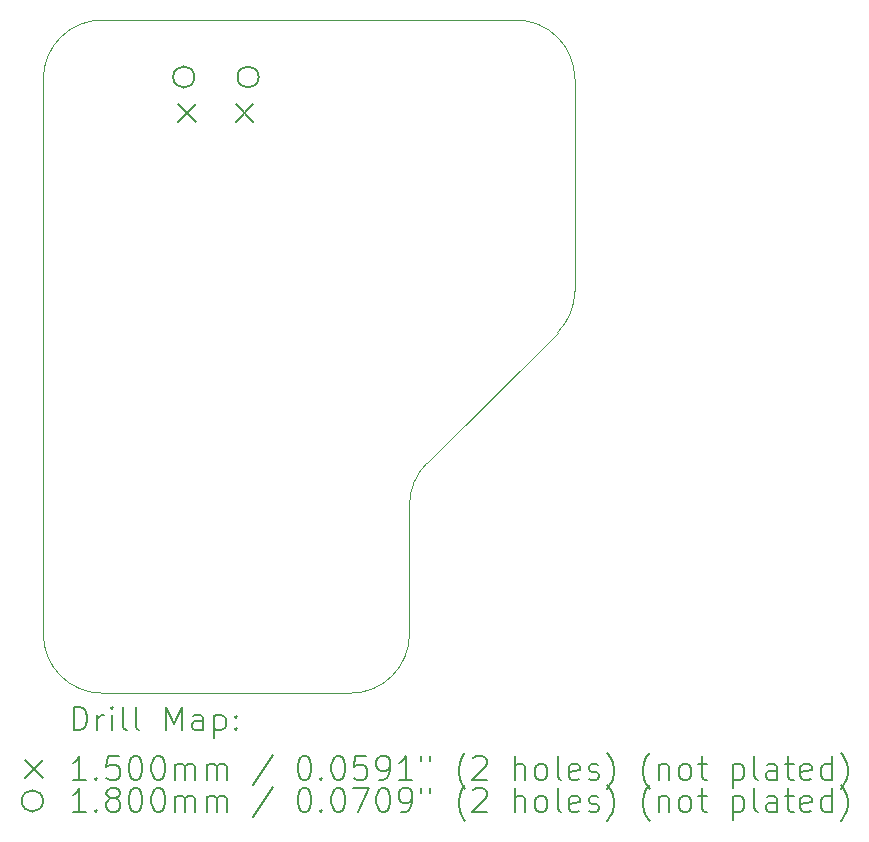
<source format=gbr>
%TF.GenerationSoftware,KiCad,Pcbnew,8.0.4*%
%TF.CreationDate,2024-07-28T20:23:25+02:00*%
%TF.ProjectId,pico-modxo,7069636f-2d6d-46f6-9478-6f2e6b696361,1.0*%
%TF.SameCoordinates,Original*%
%TF.FileFunction,Drillmap*%
%TF.FilePolarity,Positive*%
%FSLAX45Y45*%
G04 Gerber Fmt 4.5, Leading zero omitted, Abs format (unit mm)*
G04 Created by KiCad (PCBNEW 8.0.4) date 2024-07-28 20:23:25*
%MOMM*%
%LPD*%
G01*
G04 APERTURE LIST*
%ADD10C,0.050000*%
%ADD11C,0.200000*%
%ADD12C,0.150000*%
%ADD13C,0.180000*%
G04 APERTURE END LIST*
D10*
X8500000Y-3100000D02*
G75*
G02*
X9000000Y-3600000I0J-500000D01*
G01*
X9000000Y-5392893D02*
G75*
G02*
X8853552Y-5746445I-500000J3D01*
G01*
X4500000Y-8300000D02*
X4500000Y-3600000D01*
X8853553Y-5746447D02*
X7746447Y-6853553D01*
X7600000Y-7207107D02*
X7600000Y-8300000D01*
X7100000Y-8800000D02*
X5000000Y-8800000D01*
X7600000Y-7207107D02*
G75*
G02*
X7746444Y-6853551I500020J-3D01*
G01*
X5000000Y-8800000D02*
G75*
G02*
X4500000Y-8300000I0J500000D01*
G01*
X7600000Y-8300000D02*
G75*
G02*
X7100000Y-8800000I-500000J0D01*
G01*
X9000000Y-3600000D02*
X9000000Y-5392893D01*
X4500000Y-3600000D02*
G75*
G02*
X5000000Y-3100000I500000J0D01*
G01*
X5000000Y-3100000D02*
X8500000Y-3100000D01*
D11*
D12*
X5643500Y-3811000D02*
X5793500Y-3961000D01*
X5793500Y-3811000D02*
X5643500Y-3961000D01*
X6128500Y-3811000D02*
X6278500Y-3961000D01*
X6278500Y-3811000D02*
X6128500Y-3961000D01*
D13*
X5778500Y-3583000D02*
G75*
G02*
X5598500Y-3583000I-90000J0D01*
G01*
X5598500Y-3583000D02*
G75*
G02*
X5778500Y-3583000I90000J0D01*
G01*
X6323500Y-3583000D02*
G75*
G02*
X6143500Y-3583000I-90000J0D01*
G01*
X6143500Y-3583000D02*
G75*
G02*
X6323500Y-3583000I90000J0D01*
G01*
D11*
X4758277Y-9113984D02*
X4758277Y-8913984D01*
X4758277Y-8913984D02*
X4805896Y-8913984D01*
X4805896Y-8913984D02*
X4834467Y-8923508D01*
X4834467Y-8923508D02*
X4853515Y-8942555D01*
X4853515Y-8942555D02*
X4863039Y-8961603D01*
X4863039Y-8961603D02*
X4872563Y-8999698D01*
X4872563Y-8999698D02*
X4872563Y-9028270D01*
X4872563Y-9028270D02*
X4863039Y-9066365D01*
X4863039Y-9066365D02*
X4853515Y-9085412D01*
X4853515Y-9085412D02*
X4834467Y-9104460D01*
X4834467Y-9104460D02*
X4805896Y-9113984D01*
X4805896Y-9113984D02*
X4758277Y-9113984D01*
X4958277Y-9113984D02*
X4958277Y-8980650D01*
X4958277Y-9018746D02*
X4967801Y-8999698D01*
X4967801Y-8999698D02*
X4977324Y-8990174D01*
X4977324Y-8990174D02*
X4996372Y-8980650D01*
X4996372Y-8980650D02*
X5015420Y-8980650D01*
X5082086Y-9113984D02*
X5082086Y-8980650D01*
X5082086Y-8913984D02*
X5072563Y-8923508D01*
X5072563Y-8923508D02*
X5082086Y-8933031D01*
X5082086Y-8933031D02*
X5091610Y-8923508D01*
X5091610Y-8923508D02*
X5082086Y-8913984D01*
X5082086Y-8913984D02*
X5082086Y-8933031D01*
X5205896Y-9113984D02*
X5186848Y-9104460D01*
X5186848Y-9104460D02*
X5177324Y-9085412D01*
X5177324Y-9085412D02*
X5177324Y-8913984D01*
X5310658Y-9113984D02*
X5291610Y-9104460D01*
X5291610Y-9104460D02*
X5282086Y-9085412D01*
X5282086Y-9085412D02*
X5282086Y-8913984D01*
X5539229Y-9113984D02*
X5539229Y-8913984D01*
X5539229Y-8913984D02*
X5605896Y-9056841D01*
X5605896Y-9056841D02*
X5672562Y-8913984D01*
X5672562Y-8913984D02*
X5672562Y-9113984D01*
X5853515Y-9113984D02*
X5853515Y-9009222D01*
X5853515Y-9009222D02*
X5843991Y-8990174D01*
X5843991Y-8990174D02*
X5824943Y-8980650D01*
X5824943Y-8980650D02*
X5786848Y-8980650D01*
X5786848Y-8980650D02*
X5767801Y-8990174D01*
X5853515Y-9104460D02*
X5834467Y-9113984D01*
X5834467Y-9113984D02*
X5786848Y-9113984D01*
X5786848Y-9113984D02*
X5767801Y-9104460D01*
X5767801Y-9104460D02*
X5758277Y-9085412D01*
X5758277Y-9085412D02*
X5758277Y-9066365D01*
X5758277Y-9066365D02*
X5767801Y-9047317D01*
X5767801Y-9047317D02*
X5786848Y-9037793D01*
X5786848Y-9037793D02*
X5834467Y-9037793D01*
X5834467Y-9037793D02*
X5853515Y-9028270D01*
X5948753Y-8980650D02*
X5948753Y-9180650D01*
X5948753Y-8990174D02*
X5967801Y-8980650D01*
X5967801Y-8980650D02*
X6005896Y-8980650D01*
X6005896Y-8980650D02*
X6024943Y-8990174D01*
X6024943Y-8990174D02*
X6034467Y-8999698D01*
X6034467Y-8999698D02*
X6043991Y-9018746D01*
X6043991Y-9018746D02*
X6043991Y-9075889D01*
X6043991Y-9075889D02*
X6034467Y-9094936D01*
X6034467Y-9094936D02*
X6024943Y-9104460D01*
X6024943Y-9104460D02*
X6005896Y-9113984D01*
X6005896Y-9113984D02*
X5967801Y-9113984D01*
X5967801Y-9113984D02*
X5948753Y-9104460D01*
X6129705Y-9094936D02*
X6139229Y-9104460D01*
X6139229Y-9104460D02*
X6129705Y-9113984D01*
X6129705Y-9113984D02*
X6120182Y-9104460D01*
X6120182Y-9104460D02*
X6129705Y-9094936D01*
X6129705Y-9094936D02*
X6129705Y-9113984D01*
X6129705Y-8990174D02*
X6139229Y-8999698D01*
X6139229Y-8999698D02*
X6129705Y-9009222D01*
X6129705Y-9009222D02*
X6120182Y-8999698D01*
X6120182Y-8999698D02*
X6129705Y-8990174D01*
X6129705Y-8990174D02*
X6129705Y-9009222D01*
D12*
X4347500Y-9367500D02*
X4497500Y-9517500D01*
X4497500Y-9367500D02*
X4347500Y-9517500D01*
D11*
X4863039Y-9533984D02*
X4748753Y-9533984D01*
X4805896Y-9533984D02*
X4805896Y-9333984D01*
X4805896Y-9333984D02*
X4786848Y-9362555D01*
X4786848Y-9362555D02*
X4767801Y-9381603D01*
X4767801Y-9381603D02*
X4748753Y-9391127D01*
X4948753Y-9514936D02*
X4958277Y-9524460D01*
X4958277Y-9524460D02*
X4948753Y-9533984D01*
X4948753Y-9533984D02*
X4939229Y-9524460D01*
X4939229Y-9524460D02*
X4948753Y-9514936D01*
X4948753Y-9514936D02*
X4948753Y-9533984D01*
X5139229Y-9333984D02*
X5043991Y-9333984D01*
X5043991Y-9333984D02*
X5034467Y-9429222D01*
X5034467Y-9429222D02*
X5043991Y-9419698D01*
X5043991Y-9419698D02*
X5063039Y-9410174D01*
X5063039Y-9410174D02*
X5110658Y-9410174D01*
X5110658Y-9410174D02*
X5129705Y-9419698D01*
X5129705Y-9419698D02*
X5139229Y-9429222D01*
X5139229Y-9429222D02*
X5148753Y-9448270D01*
X5148753Y-9448270D02*
X5148753Y-9495889D01*
X5148753Y-9495889D02*
X5139229Y-9514936D01*
X5139229Y-9514936D02*
X5129705Y-9524460D01*
X5129705Y-9524460D02*
X5110658Y-9533984D01*
X5110658Y-9533984D02*
X5063039Y-9533984D01*
X5063039Y-9533984D02*
X5043991Y-9524460D01*
X5043991Y-9524460D02*
X5034467Y-9514936D01*
X5272563Y-9333984D02*
X5291610Y-9333984D01*
X5291610Y-9333984D02*
X5310658Y-9343508D01*
X5310658Y-9343508D02*
X5320182Y-9353031D01*
X5320182Y-9353031D02*
X5329705Y-9372079D01*
X5329705Y-9372079D02*
X5339229Y-9410174D01*
X5339229Y-9410174D02*
X5339229Y-9457793D01*
X5339229Y-9457793D02*
X5329705Y-9495889D01*
X5329705Y-9495889D02*
X5320182Y-9514936D01*
X5320182Y-9514936D02*
X5310658Y-9524460D01*
X5310658Y-9524460D02*
X5291610Y-9533984D01*
X5291610Y-9533984D02*
X5272563Y-9533984D01*
X5272563Y-9533984D02*
X5253515Y-9524460D01*
X5253515Y-9524460D02*
X5243991Y-9514936D01*
X5243991Y-9514936D02*
X5234467Y-9495889D01*
X5234467Y-9495889D02*
X5224944Y-9457793D01*
X5224944Y-9457793D02*
X5224944Y-9410174D01*
X5224944Y-9410174D02*
X5234467Y-9372079D01*
X5234467Y-9372079D02*
X5243991Y-9353031D01*
X5243991Y-9353031D02*
X5253515Y-9343508D01*
X5253515Y-9343508D02*
X5272563Y-9333984D01*
X5463039Y-9333984D02*
X5482086Y-9333984D01*
X5482086Y-9333984D02*
X5501134Y-9343508D01*
X5501134Y-9343508D02*
X5510658Y-9353031D01*
X5510658Y-9353031D02*
X5520182Y-9372079D01*
X5520182Y-9372079D02*
X5529705Y-9410174D01*
X5529705Y-9410174D02*
X5529705Y-9457793D01*
X5529705Y-9457793D02*
X5520182Y-9495889D01*
X5520182Y-9495889D02*
X5510658Y-9514936D01*
X5510658Y-9514936D02*
X5501134Y-9524460D01*
X5501134Y-9524460D02*
X5482086Y-9533984D01*
X5482086Y-9533984D02*
X5463039Y-9533984D01*
X5463039Y-9533984D02*
X5443991Y-9524460D01*
X5443991Y-9524460D02*
X5434467Y-9514936D01*
X5434467Y-9514936D02*
X5424944Y-9495889D01*
X5424944Y-9495889D02*
X5415420Y-9457793D01*
X5415420Y-9457793D02*
X5415420Y-9410174D01*
X5415420Y-9410174D02*
X5424944Y-9372079D01*
X5424944Y-9372079D02*
X5434467Y-9353031D01*
X5434467Y-9353031D02*
X5443991Y-9343508D01*
X5443991Y-9343508D02*
X5463039Y-9333984D01*
X5615420Y-9533984D02*
X5615420Y-9400650D01*
X5615420Y-9419698D02*
X5624943Y-9410174D01*
X5624943Y-9410174D02*
X5643991Y-9400650D01*
X5643991Y-9400650D02*
X5672563Y-9400650D01*
X5672563Y-9400650D02*
X5691610Y-9410174D01*
X5691610Y-9410174D02*
X5701134Y-9429222D01*
X5701134Y-9429222D02*
X5701134Y-9533984D01*
X5701134Y-9429222D02*
X5710658Y-9410174D01*
X5710658Y-9410174D02*
X5729705Y-9400650D01*
X5729705Y-9400650D02*
X5758277Y-9400650D01*
X5758277Y-9400650D02*
X5777324Y-9410174D01*
X5777324Y-9410174D02*
X5786848Y-9429222D01*
X5786848Y-9429222D02*
X5786848Y-9533984D01*
X5882086Y-9533984D02*
X5882086Y-9400650D01*
X5882086Y-9419698D02*
X5891610Y-9410174D01*
X5891610Y-9410174D02*
X5910658Y-9400650D01*
X5910658Y-9400650D02*
X5939229Y-9400650D01*
X5939229Y-9400650D02*
X5958277Y-9410174D01*
X5958277Y-9410174D02*
X5967801Y-9429222D01*
X5967801Y-9429222D02*
X5967801Y-9533984D01*
X5967801Y-9429222D02*
X5977324Y-9410174D01*
X5977324Y-9410174D02*
X5996372Y-9400650D01*
X5996372Y-9400650D02*
X6024943Y-9400650D01*
X6024943Y-9400650D02*
X6043991Y-9410174D01*
X6043991Y-9410174D02*
X6053515Y-9429222D01*
X6053515Y-9429222D02*
X6053515Y-9533984D01*
X6443991Y-9324460D02*
X6272563Y-9581603D01*
X6701134Y-9333984D02*
X6720182Y-9333984D01*
X6720182Y-9333984D02*
X6739229Y-9343508D01*
X6739229Y-9343508D02*
X6748753Y-9353031D01*
X6748753Y-9353031D02*
X6758277Y-9372079D01*
X6758277Y-9372079D02*
X6767801Y-9410174D01*
X6767801Y-9410174D02*
X6767801Y-9457793D01*
X6767801Y-9457793D02*
X6758277Y-9495889D01*
X6758277Y-9495889D02*
X6748753Y-9514936D01*
X6748753Y-9514936D02*
X6739229Y-9524460D01*
X6739229Y-9524460D02*
X6720182Y-9533984D01*
X6720182Y-9533984D02*
X6701134Y-9533984D01*
X6701134Y-9533984D02*
X6682086Y-9524460D01*
X6682086Y-9524460D02*
X6672563Y-9514936D01*
X6672563Y-9514936D02*
X6663039Y-9495889D01*
X6663039Y-9495889D02*
X6653515Y-9457793D01*
X6653515Y-9457793D02*
X6653515Y-9410174D01*
X6653515Y-9410174D02*
X6663039Y-9372079D01*
X6663039Y-9372079D02*
X6672563Y-9353031D01*
X6672563Y-9353031D02*
X6682086Y-9343508D01*
X6682086Y-9343508D02*
X6701134Y-9333984D01*
X6853515Y-9514936D02*
X6863039Y-9524460D01*
X6863039Y-9524460D02*
X6853515Y-9533984D01*
X6853515Y-9533984D02*
X6843991Y-9524460D01*
X6843991Y-9524460D02*
X6853515Y-9514936D01*
X6853515Y-9514936D02*
X6853515Y-9533984D01*
X6986848Y-9333984D02*
X7005896Y-9333984D01*
X7005896Y-9333984D02*
X7024944Y-9343508D01*
X7024944Y-9343508D02*
X7034467Y-9353031D01*
X7034467Y-9353031D02*
X7043991Y-9372079D01*
X7043991Y-9372079D02*
X7053515Y-9410174D01*
X7053515Y-9410174D02*
X7053515Y-9457793D01*
X7053515Y-9457793D02*
X7043991Y-9495889D01*
X7043991Y-9495889D02*
X7034467Y-9514936D01*
X7034467Y-9514936D02*
X7024944Y-9524460D01*
X7024944Y-9524460D02*
X7005896Y-9533984D01*
X7005896Y-9533984D02*
X6986848Y-9533984D01*
X6986848Y-9533984D02*
X6967801Y-9524460D01*
X6967801Y-9524460D02*
X6958277Y-9514936D01*
X6958277Y-9514936D02*
X6948753Y-9495889D01*
X6948753Y-9495889D02*
X6939229Y-9457793D01*
X6939229Y-9457793D02*
X6939229Y-9410174D01*
X6939229Y-9410174D02*
X6948753Y-9372079D01*
X6948753Y-9372079D02*
X6958277Y-9353031D01*
X6958277Y-9353031D02*
X6967801Y-9343508D01*
X6967801Y-9343508D02*
X6986848Y-9333984D01*
X7234467Y-9333984D02*
X7139229Y-9333984D01*
X7139229Y-9333984D02*
X7129706Y-9429222D01*
X7129706Y-9429222D02*
X7139229Y-9419698D01*
X7139229Y-9419698D02*
X7158277Y-9410174D01*
X7158277Y-9410174D02*
X7205896Y-9410174D01*
X7205896Y-9410174D02*
X7224944Y-9419698D01*
X7224944Y-9419698D02*
X7234467Y-9429222D01*
X7234467Y-9429222D02*
X7243991Y-9448270D01*
X7243991Y-9448270D02*
X7243991Y-9495889D01*
X7243991Y-9495889D02*
X7234467Y-9514936D01*
X7234467Y-9514936D02*
X7224944Y-9524460D01*
X7224944Y-9524460D02*
X7205896Y-9533984D01*
X7205896Y-9533984D02*
X7158277Y-9533984D01*
X7158277Y-9533984D02*
X7139229Y-9524460D01*
X7139229Y-9524460D02*
X7129706Y-9514936D01*
X7339229Y-9533984D02*
X7377325Y-9533984D01*
X7377325Y-9533984D02*
X7396372Y-9524460D01*
X7396372Y-9524460D02*
X7405896Y-9514936D01*
X7405896Y-9514936D02*
X7424944Y-9486365D01*
X7424944Y-9486365D02*
X7434467Y-9448270D01*
X7434467Y-9448270D02*
X7434467Y-9372079D01*
X7434467Y-9372079D02*
X7424944Y-9353031D01*
X7424944Y-9353031D02*
X7415420Y-9343508D01*
X7415420Y-9343508D02*
X7396372Y-9333984D01*
X7396372Y-9333984D02*
X7358277Y-9333984D01*
X7358277Y-9333984D02*
X7339229Y-9343508D01*
X7339229Y-9343508D02*
X7329706Y-9353031D01*
X7329706Y-9353031D02*
X7320182Y-9372079D01*
X7320182Y-9372079D02*
X7320182Y-9419698D01*
X7320182Y-9419698D02*
X7329706Y-9438746D01*
X7329706Y-9438746D02*
X7339229Y-9448270D01*
X7339229Y-9448270D02*
X7358277Y-9457793D01*
X7358277Y-9457793D02*
X7396372Y-9457793D01*
X7396372Y-9457793D02*
X7415420Y-9448270D01*
X7415420Y-9448270D02*
X7424944Y-9438746D01*
X7424944Y-9438746D02*
X7434467Y-9419698D01*
X7624944Y-9533984D02*
X7510658Y-9533984D01*
X7567801Y-9533984D02*
X7567801Y-9333984D01*
X7567801Y-9333984D02*
X7548753Y-9362555D01*
X7548753Y-9362555D02*
X7529706Y-9381603D01*
X7529706Y-9381603D02*
X7510658Y-9391127D01*
X7701134Y-9333984D02*
X7701134Y-9372079D01*
X7777325Y-9333984D02*
X7777325Y-9372079D01*
X8072563Y-9610174D02*
X8063039Y-9600650D01*
X8063039Y-9600650D02*
X8043991Y-9572079D01*
X8043991Y-9572079D02*
X8034468Y-9553031D01*
X8034468Y-9553031D02*
X8024944Y-9524460D01*
X8024944Y-9524460D02*
X8015420Y-9476841D01*
X8015420Y-9476841D02*
X8015420Y-9438746D01*
X8015420Y-9438746D02*
X8024944Y-9391127D01*
X8024944Y-9391127D02*
X8034468Y-9362555D01*
X8034468Y-9362555D02*
X8043991Y-9343508D01*
X8043991Y-9343508D02*
X8063039Y-9314936D01*
X8063039Y-9314936D02*
X8072563Y-9305412D01*
X8139229Y-9353031D02*
X8148753Y-9343508D01*
X8148753Y-9343508D02*
X8167801Y-9333984D01*
X8167801Y-9333984D02*
X8215420Y-9333984D01*
X8215420Y-9333984D02*
X8234468Y-9343508D01*
X8234468Y-9343508D02*
X8243991Y-9353031D01*
X8243991Y-9353031D02*
X8253515Y-9372079D01*
X8253515Y-9372079D02*
X8253515Y-9391127D01*
X8253515Y-9391127D02*
X8243991Y-9419698D01*
X8243991Y-9419698D02*
X8129706Y-9533984D01*
X8129706Y-9533984D02*
X8253515Y-9533984D01*
X8491611Y-9533984D02*
X8491611Y-9333984D01*
X8577325Y-9533984D02*
X8577325Y-9429222D01*
X8577325Y-9429222D02*
X8567801Y-9410174D01*
X8567801Y-9410174D02*
X8548753Y-9400650D01*
X8548753Y-9400650D02*
X8520182Y-9400650D01*
X8520182Y-9400650D02*
X8501134Y-9410174D01*
X8501134Y-9410174D02*
X8491611Y-9419698D01*
X8701134Y-9533984D02*
X8682087Y-9524460D01*
X8682087Y-9524460D02*
X8672563Y-9514936D01*
X8672563Y-9514936D02*
X8663039Y-9495889D01*
X8663039Y-9495889D02*
X8663039Y-9438746D01*
X8663039Y-9438746D02*
X8672563Y-9419698D01*
X8672563Y-9419698D02*
X8682087Y-9410174D01*
X8682087Y-9410174D02*
X8701134Y-9400650D01*
X8701134Y-9400650D02*
X8729706Y-9400650D01*
X8729706Y-9400650D02*
X8748753Y-9410174D01*
X8748753Y-9410174D02*
X8758277Y-9419698D01*
X8758277Y-9419698D02*
X8767801Y-9438746D01*
X8767801Y-9438746D02*
X8767801Y-9495889D01*
X8767801Y-9495889D02*
X8758277Y-9514936D01*
X8758277Y-9514936D02*
X8748753Y-9524460D01*
X8748753Y-9524460D02*
X8729706Y-9533984D01*
X8729706Y-9533984D02*
X8701134Y-9533984D01*
X8882087Y-9533984D02*
X8863039Y-9524460D01*
X8863039Y-9524460D02*
X8853515Y-9505412D01*
X8853515Y-9505412D02*
X8853515Y-9333984D01*
X9034468Y-9524460D02*
X9015420Y-9533984D01*
X9015420Y-9533984D02*
X8977325Y-9533984D01*
X8977325Y-9533984D02*
X8958277Y-9524460D01*
X8958277Y-9524460D02*
X8948753Y-9505412D01*
X8948753Y-9505412D02*
X8948753Y-9429222D01*
X8948753Y-9429222D02*
X8958277Y-9410174D01*
X8958277Y-9410174D02*
X8977325Y-9400650D01*
X8977325Y-9400650D02*
X9015420Y-9400650D01*
X9015420Y-9400650D02*
X9034468Y-9410174D01*
X9034468Y-9410174D02*
X9043992Y-9429222D01*
X9043992Y-9429222D02*
X9043992Y-9448270D01*
X9043992Y-9448270D02*
X8948753Y-9467317D01*
X9120182Y-9524460D02*
X9139230Y-9533984D01*
X9139230Y-9533984D02*
X9177325Y-9533984D01*
X9177325Y-9533984D02*
X9196373Y-9524460D01*
X9196373Y-9524460D02*
X9205896Y-9505412D01*
X9205896Y-9505412D02*
X9205896Y-9495889D01*
X9205896Y-9495889D02*
X9196373Y-9476841D01*
X9196373Y-9476841D02*
X9177325Y-9467317D01*
X9177325Y-9467317D02*
X9148753Y-9467317D01*
X9148753Y-9467317D02*
X9129706Y-9457793D01*
X9129706Y-9457793D02*
X9120182Y-9438746D01*
X9120182Y-9438746D02*
X9120182Y-9429222D01*
X9120182Y-9429222D02*
X9129706Y-9410174D01*
X9129706Y-9410174D02*
X9148753Y-9400650D01*
X9148753Y-9400650D02*
X9177325Y-9400650D01*
X9177325Y-9400650D02*
X9196373Y-9410174D01*
X9272563Y-9610174D02*
X9282087Y-9600650D01*
X9282087Y-9600650D02*
X9301134Y-9572079D01*
X9301134Y-9572079D02*
X9310658Y-9553031D01*
X9310658Y-9553031D02*
X9320182Y-9524460D01*
X9320182Y-9524460D02*
X9329706Y-9476841D01*
X9329706Y-9476841D02*
X9329706Y-9438746D01*
X9329706Y-9438746D02*
X9320182Y-9391127D01*
X9320182Y-9391127D02*
X9310658Y-9362555D01*
X9310658Y-9362555D02*
X9301134Y-9343508D01*
X9301134Y-9343508D02*
X9282087Y-9314936D01*
X9282087Y-9314936D02*
X9272563Y-9305412D01*
X9634468Y-9610174D02*
X9624944Y-9600650D01*
X9624944Y-9600650D02*
X9605896Y-9572079D01*
X9605896Y-9572079D02*
X9596373Y-9553031D01*
X9596373Y-9553031D02*
X9586849Y-9524460D01*
X9586849Y-9524460D02*
X9577325Y-9476841D01*
X9577325Y-9476841D02*
X9577325Y-9438746D01*
X9577325Y-9438746D02*
X9586849Y-9391127D01*
X9586849Y-9391127D02*
X9596373Y-9362555D01*
X9596373Y-9362555D02*
X9605896Y-9343508D01*
X9605896Y-9343508D02*
X9624944Y-9314936D01*
X9624944Y-9314936D02*
X9634468Y-9305412D01*
X9710658Y-9400650D02*
X9710658Y-9533984D01*
X9710658Y-9419698D02*
X9720182Y-9410174D01*
X9720182Y-9410174D02*
X9739230Y-9400650D01*
X9739230Y-9400650D02*
X9767801Y-9400650D01*
X9767801Y-9400650D02*
X9786849Y-9410174D01*
X9786849Y-9410174D02*
X9796373Y-9429222D01*
X9796373Y-9429222D02*
X9796373Y-9533984D01*
X9920182Y-9533984D02*
X9901134Y-9524460D01*
X9901134Y-9524460D02*
X9891611Y-9514936D01*
X9891611Y-9514936D02*
X9882087Y-9495889D01*
X9882087Y-9495889D02*
X9882087Y-9438746D01*
X9882087Y-9438746D02*
X9891611Y-9419698D01*
X9891611Y-9419698D02*
X9901134Y-9410174D01*
X9901134Y-9410174D02*
X9920182Y-9400650D01*
X9920182Y-9400650D02*
X9948754Y-9400650D01*
X9948754Y-9400650D02*
X9967801Y-9410174D01*
X9967801Y-9410174D02*
X9977325Y-9419698D01*
X9977325Y-9419698D02*
X9986849Y-9438746D01*
X9986849Y-9438746D02*
X9986849Y-9495889D01*
X9986849Y-9495889D02*
X9977325Y-9514936D01*
X9977325Y-9514936D02*
X9967801Y-9524460D01*
X9967801Y-9524460D02*
X9948754Y-9533984D01*
X9948754Y-9533984D02*
X9920182Y-9533984D01*
X10043992Y-9400650D02*
X10120182Y-9400650D01*
X10072563Y-9333984D02*
X10072563Y-9505412D01*
X10072563Y-9505412D02*
X10082087Y-9524460D01*
X10082087Y-9524460D02*
X10101134Y-9533984D01*
X10101134Y-9533984D02*
X10120182Y-9533984D01*
X10339230Y-9400650D02*
X10339230Y-9600650D01*
X10339230Y-9410174D02*
X10358277Y-9400650D01*
X10358277Y-9400650D02*
X10396373Y-9400650D01*
X10396373Y-9400650D02*
X10415420Y-9410174D01*
X10415420Y-9410174D02*
X10424944Y-9419698D01*
X10424944Y-9419698D02*
X10434468Y-9438746D01*
X10434468Y-9438746D02*
X10434468Y-9495889D01*
X10434468Y-9495889D02*
X10424944Y-9514936D01*
X10424944Y-9514936D02*
X10415420Y-9524460D01*
X10415420Y-9524460D02*
X10396373Y-9533984D01*
X10396373Y-9533984D02*
X10358277Y-9533984D01*
X10358277Y-9533984D02*
X10339230Y-9524460D01*
X10548754Y-9533984D02*
X10529706Y-9524460D01*
X10529706Y-9524460D02*
X10520182Y-9505412D01*
X10520182Y-9505412D02*
X10520182Y-9333984D01*
X10710658Y-9533984D02*
X10710658Y-9429222D01*
X10710658Y-9429222D02*
X10701135Y-9410174D01*
X10701135Y-9410174D02*
X10682087Y-9400650D01*
X10682087Y-9400650D02*
X10643992Y-9400650D01*
X10643992Y-9400650D02*
X10624944Y-9410174D01*
X10710658Y-9524460D02*
X10691611Y-9533984D01*
X10691611Y-9533984D02*
X10643992Y-9533984D01*
X10643992Y-9533984D02*
X10624944Y-9524460D01*
X10624944Y-9524460D02*
X10615420Y-9505412D01*
X10615420Y-9505412D02*
X10615420Y-9486365D01*
X10615420Y-9486365D02*
X10624944Y-9467317D01*
X10624944Y-9467317D02*
X10643992Y-9457793D01*
X10643992Y-9457793D02*
X10691611Y-9457793D01*
X10691611Y-9457793D02*
X10710658Y-9448270D01*
X10777325Y-9400650D02*
X10853515Y-9400650D01*
X10805896Y-9333984D02*
X10805896Y-9505412D01*
X10805896Y-9505412D02*
X10815420Y-9524460D01*
X10815420Y-9524460D02*
X10834468Y-9533984D01*
X10834468Y-9533984D02*
X10853515Y-9533984D01*
X10996373Y-9524460D02*
X10977325Y-9533984D01*
X10977325Y-9533984D02*
X10939230Y-9533984D01*
X10939230Y-9533984D02*
X10920182Y-9524460D01*
X10920182Y-9524460D02*
X10910658Y-9505412D01*
X10910658Y-9505412D02*
X10910658Y-9429222D01*
X10910658Y-9429222D02*
X10920182Y-9410174D01*
X10920182Y-9410174D02*
X10939230Y-9400650D01*
X10939230Y-9400650D02*
X10977325Y-9400650D01*
X10977325Y-9400650D02*
X10996373Y-9410174D01*
X10996373Y-9410174D02*
X11005896Y-9429222D01*
X11005896Y-9429222D02*
X11005896Y-9448270D01*
X11005896Y-9448270D02*
X10910658Y-9467317D01*
X11177325Y-9533984D02*
X11177325Y-9333984D01*
X11177325Y-9524460D02*
X11158277Y-9533984D01*
X11158277Y-9533984D02*
X11120182Y-9533984D01*
X11120182Y-9533984D02*
X11101135Y-9524460D01*
X11101135Y-9524460D02*
X11091611Y-9514936D01*
X11091611Y-9514936D02*
X11082087Y-9495889D01*
X11082087Y-9495889D02*
X11082087Y-9438746D01*
X11082087Y-9438746D02*
X11091611Y-9419698D01*
X11091611Y-9419698D02*
X11101135Y-9410174D01*
X11101135Y-9410174D02*
X11120182Y-9400650D01*
X11120182Y-9400650D02*
X11158277Y-9400650D01*
X11158277Y-9400650D02*
X11177325Y-9410174D01*
X11253515Y-9610174D02*
X11263039Y-9600650D01*
X11263039Y-9600650D02*
X11282087Y-9572079D01*
X11282087Y-9572079D02*
X11291611Y-9553031D01*
X11291611Y-9553031D02*
X11301134Y-9524460D01*
X11301134Y-9524460D02*
X11310658Y-9476841D01*
X11310658Y-9476841D02*
X11310658Y-9438746D01*
X11310658Y-9438746D02*
X11301134Y-9391127D01*
X11301134Y-9391127D02*
X11291611Y-9362555D01*
X11291611Y-9362555D02*
X11282087Y-9343508D01*
X11282087Y-9343508D02*
X11263039Y-9314936D01*
X11263039Y-9314936D02*
X11253515Y-9305412D01*
D13*
X4497500Y-9712500D02*
G75*
G02*
X4317500Y-9712500I-90000J0D01*
G01*
X4317500Y-9712500D02*
G75*
G02*
X4497500Y-9712500I90000J0D01*
G01*
D11*
X4863039Y-9803984D02*
X4748753Y-9803984D01*
X4805896Y-9803984D02*
X4805896Y-9603984D01*
X4805896Y-9603984D02*
X4786848Y-9632555D01*
X4786848Y-9632555D02*
X4767801Y-9651603D01*
X4767801Y-9651603D02*
X4748753Y-9661127D01*
X4948753Y-9784936D02*
X4958277Y-9794460D01*
X4958277Y-9794460D02*
X4948753Y-9803984D01*
X4948753Y-9803984D02*
X4939229Y-9794460D01*
X4939229Y-9794460D02*
X4948753Y-9784936D01*
X4948753Y-9784936D02*
X4948753Y-9803984D01*
X5072563Y-9689698D02*
X5053515Y-9680174D01*
X5053515Y-9680174D02*
X5043991Y-9670650D01*
X5043991Y-9670650D02*
X5034467Y-9651603D01*
X5034467Y-9651603D02*
X5034467Y-9642079D01*
X5034467Y-9642079D02*
X5043991Y-9623031D01*
X5043991Y-9623031D02*
X5053515Y-9613508D01*
X5053515Y-9613508D02*
X5072563Y-9603984D01*
X5072563Y-9603984D02*
X5110658Y-9603984D01*
X5110658Y-9603984D02*
X5129705Y-9613508D01*
X5129705Y-9613508D02*
X5139229Y-9623031D01*
X5139229Y-9623031D02*
X5148753Y-9642079D01*
X5148753Y-9642079D02*
X5148753Y-9651603D01*
X5148753Y-9651603D02*
X5139229Y-9670650D01*
X5139229Y-9670650D02*
X5129705Y-9680174D01*
X5129705Y-9680174D02*
X5110658Y-9689698D01*
X5110658Y-9689698D02*
X5072563Y-9689698D01*
X5072563Y-9689698D02*
X5053515Y-9699222D01*
X5053515Y-9699222D02*
X5043991Y-9708746D01*
X5043991Y-9708746D02*
X5034467Y-9727793D01*
X5034467Y-9727793D02*
X5034467Y-9765889D01*
X5034467Y-9765889D02*
X5043991Y-9784936D01*
X5043991Y-9784936D02*
X5053515Y-9794460D01*
X5053515Y-9794460D02*
X5072563Y-9803984D01*
X5072563Y-9803984D02*
X5110658Y-9803984D01*
X5110658Y-9803984D02*
X5129705Y-9794460D01*
X5129705Y-9794460D02*
X5139229Y-9784936D01*
X5139229Y-9784936D02*
X5148753Y-9765889D01*
X5148753Y-9765889D02*
X5148753Y-9727793D01*
X5148753Y-9727793D02*
X5139229Y-9708746D01*
X5139229Y-9708746D02*
X5129705Y-9699222D01*
X5129705Y-9699222D02*
X5110658Y-9689698D01*
X5272563Y-9603984D02*
X5291610Y-9603984D01*
X5291610Y-9603984D02*
X5310658Y-9613508D01*
X5310658Y-9613508D02*
X5320182Y-9623031D01*
X5320182Y-9623031D02*
X5329705Y-9642079D01*
X5329705Y-9642079D02*
X5339229Y-9680174D01*
X5339229Y-9680174D02*
X5339229Y-9727793D01*
X5339229Y-9727793D02*
X5329705Y-9765889D01*
X5329705Y-9765889D02*
X5320182Y-9784936D01*
X5320182Y-9784936D02*
X5310658Y-9794460D01*
X5310658Y-9794460D02*
X5291610Y-9803984D01*
X5291610Y-9803984D02*
X5272563Y-9803984D01*
X5272563Y-9803984D02*
X5253515Y-9794460D01*
X5253515Y-9794460D02*
X5243991Y-9784936D01*
X5243991Y-9784936D02*
X5234467Y-9765889D01*
X5234467Y-9765889D02*
X5224944Y-9727793D01*
X5224944Y-9727793D02*
X5224944Y-9680174D01*
X5224944Y-9680174D02*
X5234467Y-9642079D01*
X5234467Y-9642079D02*
X5243991Y-9623031D01*
X5243991Y-9623031D02*
X5253515Y-9613508D01*
X5253515Y-9613508D02*
X5272563Y-9603984D01*
X5463039Y-9603984D02*
X5482086Y-9603984D01*
X5482086Y-9603984D02*
X5501134Y-9613508D01*
X5501134Y-9613508D02*
X5510658Y-9623031D01*
X5510658Y-9623031D02*
X5520182Y-9642079D01*
X5520182Y-9642079D02*
X5529705Y-9680174D01*
X5529705Y-9680174D02*
X5529705Y-9727793D01*
X5529705Y-9727793D02*
X5520182Y-9765889D01*
X5520182Y-9765889D02*
X5510658Y-9784936D01*
X5510658Y-9784936D02*
X5501134Y-9794460D01*
X5501134Y-9794460D02*
X5482086Y-9803984D01*
X5482086Y-9803984D02*
X5463039Y-9803984D01*
X5463039Y-9803984D02*
X5443991Y-9794460D01*
X5443991Y-9794460D02*
X5434467Y-9784936D01*
X5434467Y-9784936D02*
X5424944Y-9765889D01*
X5424944Y-9765889D02*
X5415420Y-9727793D01*
X5415420Y-9727793D02*
X5415420Y-9680174D01*
X5415420Y-9680174D02*
X5424944Y-9642079D01*
X5424944Y-9642079D02*
X5434467Y-9623031D01*
X5434467Y-9623031D02*
X5443991Y-9613508D01*
X5443991Y-9613508D02*
X5463039Y-9603984D01*
X5615420Y-9803984D02*
X5615420Y-9670650D01*
X5615420Y-9689698D02*
X5624943Y-9680174D01*
X5624943Y-9680174D02*
X5643991Y-9670650D01*
X5643991Y-9670650D02*
X5672563Y-9670650D01*
X5672563Y-9670650D02*
X5691610Y-9680174D01*
X5691610Y-9680174D02*
X5701134Y-9699222D01*
X5701134Y-9699222D02*
X5701134Y-9803984D01*
X5701134Y-9699222D02*
X5710658Y-9680174D01*
X5710658Y-9680174D02*
X5729705Y-9670650D01*
X5729705Y-9670650D02*
X5758277Y-9670650D01*
X5758277Y-9670650D02*
X5777324Y-9680174D01*
X5777324Y-9680174D02*
X5786848Y-9699222D01*
X5786848Y-9699222D02*
X5786848Y-9803984D01*
X5882086Y-9803984D02*
X5882086Y-9670650D01*
X5882086Y-9689698D02*
X5891610Y-9680174D01*
X5891610Y-9680174D02*
X5910658Y-9670650D01*
X5910658Y-9670650D02*
X5939229Y-9670650D01*
X5939229Y-9670650D02*
X5958277Y-9680174D01*
X5958277Y-9680174D02*
X5967801Y-9699222D01*
X5967801Y-9699222D02*
X5967801Y-9803984D01*
X5967801Y-9699222D02*
X5977324Y-9680174D01*
X5977324Y-9680174D02*
X5996372Y-9670650D01*
X5996372Y-9670650D02*
X6024943Y-9670650D01*
X6024943Y-9670650D02*
X6043991Y-9680174D01*
X6043991Y-9680174D02*
X6053515Y-9699222D01*
X6053515Y-9699222D02*
X6053515Y-9803984D01*
X6443991Y-9594460D02*
X6272563Y-9851603D01*
X6701134Y-9603984D02*
X6720182Y-9603984D01*
X6720182Y-9603984D02*
X6739229Y-9613508D01*
X6739229Y-9613508D02*
X6748753Y-9623031D01*
X6748753Y-9623031D02*
X6758277Y-9642079D01*
X6758277Y-9642079D02*
X6767801Y-9680174D01*
X6767801Y-9680174D02*
X6767801Y-9727793D01*
X6767801Y-9727793D02*
X6758277Y-9765889D01*
X6758277Y-9765889D02*
X6748753Y-9784936D01*
X6748753Y-9784936D02*
X6739229Y-9794460D01*
X6739229Y-9794460D02*
X6720182Y-9803984D01*
X6720182Y-9803984D02*
X6701134Y-9803984D01*
X6701134Y-9803984D02*
X6682086Y-9794460D01*
X6682086Y-9794460D02*
X6672563Y-9784936D01*
X6672563Y-9784936D02*
X6663039Y-9765889D01*
X6663039Y-9765889D02*
X6653515Y-9727793D01*
X6653515Y-9727793D02*
X6653515Y-9680174D01*
X6653515Y-9680174D02*
X6663039Y-9642079D01*
X6663039Y-9642079D02*
X6672563Y-9623031D01*
X6672563Y-9623031D02*
X6682086Y-9613508D01*
X6682086Y-9613508D02*
X6701134Y-9603984D01*
X6853515Y-9784936D02*
X6863039Y-9794460D01*
X6863039Y-9794460D02*
X6853515Y-9803984D01*
X6853515Y-9803984D02*
X6843991Y-9794460D01*
X6843991Y-9794460D02*
X6853515Y-9784936D01*
X6853515Y-9784936D02*
X6853515Y-9803984D01*
X6986848Y-9603984D02*
X7005896Y-9603984D01*
X7005896Y-9603984D02*
X7024944Y-9613508D01*
X7024944Y-9613508D02*
X7034467Y-9623031D01*
X7034467Y-9623031D02*
X7043991Y-9642079D01*
X7043991Y-9642079D02*
X7053515Y-9680174D01*
X7053515Y-9680174D02*
X7053515Y-9727793D01*
X7053515Y-9727793D02*
X7043991Y-9765889D01*
X7043991Y-9765889D02*
X7034467Y-9784936D01*
X7034467Y-9784936D02*
X7024944Y-9794460D01*
X7024944Y-9794460D02*
X7005896Y-9803984D01*
X7005896Y-9803984D02*
X6986848Y-9803984D01*
X6986848Y-9803984D02*
X6967801Y-9794460D01*
X6967801Y-9794460D02*
X6958277Y-9784936D01*
X6958277Y-9784936D02*
X6948753Y-9765889D01*
X6948753Y-9765889D02*
X6939229Y-9727793D01*
X6939229Y-9727793D02*
X6939229Y-9680174D01*
X6939229Y-9680174D02*
X6948753Y-9642079D01*
X6948753Y-9642079D02*
X6958277Y-9623031D01*
X6958277Y-9623031D02*
X6967801Y-9613508D01*
X6967801Y-9613508D02*
X6986848Y-9603984D01*
X7120182Y-9603984D02*
X7253515Y-9603984D01*
X7253515Y-9603984D02*
X7167801Y-9803984D01*
X7367801Y-9603984D02*
X7386848Y-9603984D01*
X7386848Y-9603984D02*
X7405896Y-9613508D01*
X7405896Y-9613508D02*
X7415420Y-9623031D01*
X7415420Y-9623031D02*
X7424944Y-9642079D01*
X7424944Y-9642079D02*
X7434467Y-9680174D01*
X7434467Y-9680174D02*
X7434467Y-9727793D01*
X7434467Y-9727793D02*
X7424944Y-9765889D01*
X7424944Y-9765889D02*
X7415420Y-9784936D01*
X7415420Y-9784936D02*
X7405896Y-9794460D01*
X7405896Y-9794460D02*
X7386848Y-9803984D01*
X7386848Y-9803984D02*
X7367801Y-9803984D01*
X7367801Y-9803984D02*
X7348753Y-9794460D01*
X7348753Y-9794460D02*
X7339229Y-9784936D01*
X7339229Y-9784936D02*
X7329706Y-9765889D01*
X7329706Y-9765889D02*
X7320182Y-9727793D01*
X7320182Y-9727793D02*
X7320182Y-9680174D01*
X7320182Y-9680174D02*
X7329706Y-9642079D01*
X7329706Y-9642079D02*
X7339229Y-9623031D01*
X7339229Y-9623031D02*
X7348753Y-9613508D01*
X7348753Y-9613508D02*
X7367801Y-9603984D01*
X7529706Y-9803984D02*
X7567801Y-9803984D01*
X7567801Y-9803984D02*
X7586848Y-9794460D01*
X7586848Y-9794460D02*
X7596372Y-9784936D01*
X7596372Y-9784936D02*
X7615420Y-9756365D01*
X7615420Y-9756365D02*
X7624944Y-9718270D01*
X7624944Y-9718270D02*
X7624944Y-9642079D01*
X7624944Y-9642079D02*
X7615420Y-9623031D01*
X7615420Y-9623031D02*
X7605896Y-9613508D01*
X7605896Y-9613508D02*
X7586848Y-9603984D01*
X7586848Y-9603984D02*
X7548753Y-9603984D01*
X7548753Y-9603984D02*
X7529706Y-9613508D01*
X7529706Y-9613508D02*
X7520182Y-9623031D01*
X7520182Y-9623031D02*
X7510658Y-9642079D01*
X7510658Y-9642079D02*
X7510658Y-9689698D01*
X7510658Y-9689698D02*
X7520182Y-9708746D01*
X7520182Y-9708746D02*
X7529706Y-9718270D01*
X7529706Y-9718270D02*
X7548753Y-9727793D01*
X7548753Y-9727793D02*
X7586848Y-9727793D01*
X7586848Y-9727793D02*
X7605896Y-9718270D01*
X7605896Y-9718270D02*
X7615420Y-9708746D01*
X7615420Y-9708746D02*
X7624944Y-9689698D01*
X7701134Y-9603984D02*
X7701134Y-9642079D01*
X7777325Y-9603984D02*
X7777325Y-9642079D01*
X8072563Y-9880174D02*
X8063039Y-9870650D01*
X8063039Y-9870650D02*
X8043991Y-9842079D01*
X8043991Y-9842079D02*
X8034468Y-9823031D01*
X8034468Y-9823031D02*
X8024944Y-9794460D01*
X8024944Y-9794460D02*
X8015420Y-9746841D01*
X8015420Y-9746841D02*
X8015420Y-9708746D01*
X8015420Y-9708746D02*
X8024944Y-9661127D01*
X8024944Y-9661127D02*
X8034468Y-9632555D01*
X8034468Y-9632555D02*
X8043991Y-9613508D01*
X8043991Y-9613508D02*
X8063039Y-9584936D01*
X8063039Y-9584936D02*
X8072563Y-9575412D01*
X8139229Y-9623031D02*
X8148753Y-9613508D01*
X8148753Y-9613508D02*
X8167801Y-9603984D01*
X8167801Y-9603984D02*
X8215420Y-9603984D01*
X8215420Y-9603984D02*
X8234468Y-9613508D01*
X8234468Y-9613508D02*
X8243991Y-9623031D01*
X8243991Y-9623031D02*
X8253515Y-9642079D01*
X8253515Y-9642079D02*
X8253515Y-9661127D01*
X8253515Y-9661127D02*
X8243991Y-9689698D01*
X8243991Y-9689698D02*
X8129706Y-9803984D01*
X8129706Y-9803984D02*
X8253515Y-9803984D01*
X8491611Y-9803984D02*
X8491611Y-9603984D01*
X8577325Y-9803984D02*
X8577325Y-9699222D01*
X8577325Y-9699222D02*
X8567801Y-9680174D01*
X8567801Y-9680174D02*
X8548753Y-9670650D01*
X8548753Y-9670650D02*
X8520182Y-9670650D01*
X8520182Y-9670650D02*
X8501134Y-9680174D01*
X8501134Y-9680174D02*
X8491611Y-9689698D01*
X8701134Y-9803984D02*
X8682087Y-9794460D01*
X8682087Y-9794460D02*
X8672563Y-9784936D01*
X8672563Y-9784936D02*
X8663039Y-9765889D01*
X8663039Y-9765889D02*
X8663039Y-9708746D01*
X8663039Y-9708746D02*
X8672563Y-9689698D01*
X8672563Y-9689698D02*
X8682087Y-9680174D01*
X8682087Y-9680174D02*
X8701134Y-9670650D01*
X8701134Y-9670650D02*
X8729706Y-9670650D01*
X8729706Y-9670650D02*
X8748753Y-9680174D01*
X8748753Y-9680174D02*
X8758277Y-9689698D01*
X8758277Y-9689698D02*
X8767801Y-9708746D01*
X8767801Y-9708746D02*
X8767801Y-9765889D01*
X8767801Y-9765889D02*
X8758277Y-9784936D01*
X8758277Y-9784936D02*
X8748753Y-9794460D01*
X8748753Y-9794460D02*
X8729706Y-9803984D01*
X8729706Y-9803984D02*
X8701134Y-9803984D01*
X8882087Y-9803984D02*
X8863039Y-9794460D01*
X8863039Y-9794460D02*
X8853515Y-9775412D01*
X8853515Y-9775412D02*
X8853515Y-9603984D01*
X9034468Y-9794460D02*
X9015420Y-9803984D01*
X9015420Y-9803984D02*
X8977325Y-9803984D01*
X8977325Y-9803984D02*
X8958277Y-9794460D01*
X8958277Y-9794460D02*
X8948753Y-9775412D01*
X8948753Y-9775412D02*
X8948753Y-9699222D01*
X8948753Y-9699222D02*
X8958277Y-9680174D01*
X8958277Y-9680174D02*
X8977325Y-9670650D01*
X8977325Y-9670650D02*
X9015420Y-9670650D01*
X9015420Y-9670650D02*
X9034468Y-9680174D01*
X9034468Y-9680174D02*
X9043992Y-9699222D01*
X9043992Y-9699222D02*
X9043992Y-9718270D01*
X9043992Y-9718270D02*
X8948753Y-9737317D01*
X9120182Y-9794460D02*
X9139230Y-9803984D01*
X9139230Y-9803984D02*
X9177325Y-9803984D01*
X9177325Y-9803984D02*
X9196373Y-9794460D01*
X9196373Y-9794460D02*
X9205896Y-9775412D01*
X9205896Y-9775412D02*
X9205896Y-9765889D01*
X9205896Y-9765889D02*
X9196373Y-9746841D01*
X9196373Y-9746841D02*
X9177325Y-9737317D01*
X9177325Y-9737317D02*
X9148753Y-9737317D01*
X9148753Y-9737317D02*
X9129706Y-9727793D01*
X9129706Y-9727793D02*
X9120182Y-9708746D01*
X9120182Y-9708746D02*
X9120182Y-9699222D01*
X9120182Y-9699222D02*
X9129706Y-9680174D01*
X9129706Y-9680174D02*
X9148753Y-9670650D01*
X9148753Y-9670650D02*
X9177325Y-9670650D01*
X9177325Y-9670650D02*
X9196373Y-9680174D01*
X9272563Y-9880174D02*
X9282087Y-9870650D01*
X9282087Y-9870650D02*
X9301134Y-9842079D01*
X9301134Y-9842079D02*
X9310658Y-9823031D01*
X9310658Y-9823031D02*
X9320182Y-9794460D01*
X9320182Y-9794460D02*
X9329706Y-9746841D01*
X9329706Y-9746841D02*
X9329706Y-9708746D01*
X9329706Y-9708746D02*
X9320182Y-9661127D01*
X9320182Y-9661127D02*
X9310658Y-9632555D01*
X9310658Y-9632555D02*
X9301134Y-9613508D01*
X9301134Y-9613508D02*
X9282087Y-9584936D01*
X9282087Y-9584936D02*
X9272563Y-9575412D01*
X9634468Y-9880174D02*
X9624944Y-9870650D01*
X9624944Y-9870650D02*
X9605896Y-9842079D01*
X9605896Y-9842079D02*
X9596373Y-9823031D01*
X9596373Y-9823031D02*
X9586849Y-9794460D01*
X9586849Y-9794460D02*
X9577325Y-9746841D01*
X9577325Y-9746841D02*
X9577325Y-9708746D01*
X9577325Y-9708746D02*
X9586849Y-9661127D01*
X9586849Y-9661127D02*
X9596373Y-9632555D01*
X9596373Y-9632555D02*
X9605896Y-9613508D01*
X9605896Y-9613508D02*
X9624944Y-9584936D01*
X9624944Y-9584936D02*
X9634468Y-9575412D01*
X9710658Y-9670650D02*
X9710658Y-9803984D01*
X9710658Y-9689698D02*
X9720182Y-9680174D01*
X9720182Y-9680174D02*
X9739230Y-9670650D01*
X9739230Y-9670650D02*
X9767801Y-9670650D01*
X9767801Y-9670650D02*
X9786849Y-9680174D01*
X9786849Y-9680174D02*
X9796373Y-9699222D01*
X9796373Y-9699222D02*
X9796373Y-9803984D01*
X9920182Y-9803984D02*
X9901134Y-9794460D01*
X9901134Y-9794460D02*
X9891611Y-9784936D01*
X9891611Y-9784936D02*
X9882087Y-9765889D01*
X9882087Y-9765889D02*
X9882087Y-9708746D01*
X9882087Y-9708746D02*
X9891611Y-9689698D01*
X9891611Y-9689698D02*
X9901134Y-9680174D01*
X9901134Y-9680174D02*
X9920182Y-9670650D01*
X9920182Y-9670650D02*
X9948754Y-9670650D01*
X9948754Y-9670650D02*
X9967801Y-9680174D01*
X9967801Y-9680174D02*
X9977325Y-9689698D01*
X9977325Y-9689698D02*
X9986849Y-9708746D01*
X9986849Y-9708746D02*
X9986849Y-9765889D01*
X9986849Y-9765889D02*
X9977325Y-9784936D01*
X9977325Y-9784936D02*
X9967801Y-9794460D01*
X9967801Y-9794460D02*
X9948754Y-9803984D01*
X9948754Y-9803984D02*
X9920182Y-9803984D01*
X10043992Y-9670650D02*
X10120182Y-9670650D01*
X10072563Y-9603984D02*
X10072563Y-9775412D01*
X10072563Y-9775412D02*
X10082087Y-9794460D01*
X10082087Y-9794460D02*
X10101134Y-9803984D01*
X10101134Y-9803984D02*
X10120182Y-9803984D01*
X10339230Y-9670650D02*
X10339230Y-9870650D01*
X10339230Y-9680174D02*
X10358277Y-9670650D01*
X10358277Y-9670650D02*
X10396373Y-9670650D01*
X10396373Y-9670650D02*
X10415420Y-9680174D01*
X10415420Y-9680174D02*
X10424944Y-9689698D01*
X10424944Y-9689698D02*
X10434468Y-9708746D01*
X10434468Y-9708746D02*
X10434468Y-9765889D01*
X10434468Y-9765889D02*
X10424944Y-9784936D01*
X10424944Y-9784936D02*
X10415420Y-9794460D01*
X10415420Y-9794460D02*
X10396373Y-9803984D01*
X10396373Y-9803984D02*
X10358277Y-9803984D01*
X10358277Y-9803984D02*
X10339230Y-9794460D01*
X10548754Y-9803984D02*
X10529706Y-9794460D01*
X10529706Y-9794460D02*
X10520182Y-9775412D01*
X10520182Y-9775412D02*
X10520182Y-9603984D01*
X10710658Y-9803984D02*
X10710658Y-9699222D01*
X10710658Y-9699222D02*
X10701135Y-9680174D01*
X10701135Y-9680174D02*
X10682087Y-9670650D01*
X10682087Y-9670650D02*
X10643992Y-9670650D01*
X10643992Y-9670650D02*
X10624944Y-9680174D01*
X10710658Y-9794460D02*
X10691611Y-9803984D01*
X10691611Y-9803984D02*
X10643992Y-9803984D01*
X10643992Y-9803984D02*
X10624944Y-9794460D01*
X10624944Y-9794460D02*
X10615420Y-9775412D01*
X10615420Y-9775412D02*
X10615420Y-9756365D01*
X10615420Y-9756365D02*
X10624944Y-9737317D01*
X10624944Y-9737317D02*
X10643992Y-9727793D01*
X10643992Y-9727793D02*
X10691611Y-9727793D01*
X10691611Y-9727793D02*
X10710658Y-9718270D01*
X10777325Y-9670650D02*
X10853515Y-9670650D01*
X10805896Y-9603984D02*
X10805896Y-9775412D01*
X10805896Y-9775412D02*
X10815420Y-9794460D01*
X10815420Y-9794460D02*
X10834468Y-9803984D01*
X10834468Y-9803984D02*
X10853515Y-9803984D01*
X10996373Y-9794460D02*
X10977325Y-9803984D01*
X10977325Y-9803984D02*
X10939230Y-9803984D01*
X10939230Y-9803984D02*
X10920182Y-9794460D01*
X10920182Y-9794460D02*
X10910658Y-9775412D01*
X10910658Y-9775412D02*
X10910658Y-9699222D01*
X10910658Y-9699222D02*
X10920182Y-9680174D01*
X10920182Y-9680174D02*
X10939230Y-9670650D01*
X10939230Y-9670650D02*
X10977325Y-9670650D01*
X10977325Y-9670650D02*
X10996373Y-9680174D01*
X10996373Y-9680174D02*
X11005896Y-9699222D01*
X11005896Y-9699222D02*
X11005896Y-9718270D01*
X11005896Y-9718270D02*
X10910658Y-9737317D01*
X11177325Y-9803984D02*
X11177325Y-9603984D01*
X11177325Y-9794460D02*
X11158277Y-9803984D01*
X11158277Y-9803984D02*
X11120182Y-9803984D01*
X11120182Y-9803984D02*
X11101135Y-9794460D01*
X11101135Y-9794460D02*
X11091611Y-9784936D01*
X11091611Y-9784936D02*
X11082087Y-9765889D01*
X11082087Y-9765889D02*
X11082087Y-9708746D01*
X11082087Y-9708746D02*
X11091611Y-9689698D01*
X11091611Y-9689698D02*
X11101135Y-9680174D01*
X11101135Y-9680174D02*
X11120182Y-9670650D01*
X11120182Y-9670650D02*
X11158277Y-9670650D01*
X11158277Y-9670650D02*
X11177325Y-9680174D01*
X11253515Y-9880174D02*
X11263039Y-9870650D01*
X11263039Y-9870650D02*
X11282087Y-9842079D01*
X11282087Y-9842079D02*
X11291611Y-9823031D01*
X11291611Y-9823031D02*
X11301134Y-9794460D01*
X11301134Y-9794460D02*
X11310658Y-9746841D01*
X11310658Y-9746841D02*
X11310658Y-9708746D01*
X11310658Y-9708746D02*
X11301134Y-9661127D01*
X11301134Y-9661127D02*
X11291611Y-9632555D01*
X11291611Y-9632555D02*
X11282087Y-9613508D01*
X11282087Y-9613508D02*
X11263039Y-9584936D01*
X11263039Y-9584936D02*
X11253515Y-9575412D01*
M02*

</source>
